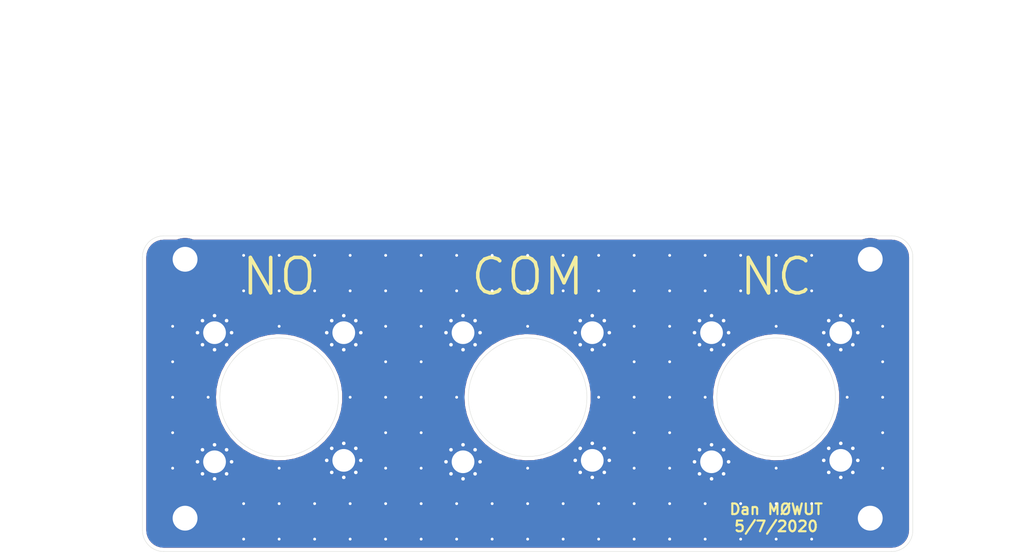
<source format=kicad_pcb>
(kicad_pcb (version 20171130) (host pcbnew "(5.1.6)-1")

  (general
    (thickness 1.6)
    (drawings 30)
    (tracks 112)
    (zones 0)
    (modules 16)
    (nets 2)
  )

  (page A4)
  (layers
    (0 F.Cu signal)
    (31 B.Cu signal)
    (32 B.Adhes user)
    (33 F.Adhes user)
    (34 B.Paste user)
    (35 F.Paste user)
    (36 B.SilkS user)
    (37 F.SilkS user)
    (38 B.Mask user)
    (39 F.Mask user)
    (40 Dwgs.User user)
    (41 Cmts.User user)
    (42 Eco1.User user)
    (43 Eco2.User user hide)
    (44 Edge.Cuts user)
    (45 Margin user)
    (46 B.CrtYd user)
    (47 F.CrtYd user)
    (48 B.Fab user)
    (49 F.Fab user hide)
  )

  (setup
    (last_trace_width 0.25)
    (trace_clearance 0.2)
    (zone_clearance 0.508)
    (zone_45_only no)
    (trace_min 0.2)
    (via_size 0.8)
    (via_drill 0.4)
    (via_min_size 0.4)
    (via_min_drill 0.3)
    (uvia_size 0.3)
    (uvia_drill 0.1)
    (uvias_allowed no)
    (uvia_min_size 0.2)
    (uvia_min_drill 0.1)
    (edge_width 0.05)
    (segment_width 0.2)
    (pcb_text_width 0.3)
    (pcb_text_size 1.5 1.5)
    (mod_edge_width 0.12)
    (mod_text_size 1 1)
    (mod_text_width 0.15)
    (pad_size 1.524 1.524)
    (pad_drill 0.762)
    (pad_to_mask_clearance 0.05)
    (aux_axis_origin 0 0)
    (grid_origin 151.25 81.25)
    (visible_elements 7FFFFFFF)
    (pcbplotparams
      (layerselection 0x010fc_ffffffff)
      (usegerberextensions false)
      (usegerberattributes true)
      (usegerberadvancedattributes true)
      (creategerberjobfile true)
      (excludeedgelayer true)
      (linewidth 0.100000)
      (plotframeref false)
      (viasonmask false)
      (mode 1)
      (useauxorigin false)
      (hpglpennumber 1)
      (hpglpenspeed 20)
      (hpglpendiameter 15.000000)
      (psnegative false)
      (psa4output false)
      (plotreference true)
      (plotvalue true)
      (plotinvisibletext false)
      (padsonsilk false)
      (subtractmaskfromsilk false)
      (outputformat 1)
      (mirror false)
      (drillshape 1)
      (scaleselection 1)
      (outputdirectory ""))
  )

  (net 0 "")
  (net 1 GND)

  (net_class Default "This is the default net class."
    (clearance 0.2)
    (trace_width 0.25)
    (via_dia 0.8)
    (via_drill 0.4)
    (uvia_dia 0.3)
    (uvia_drill 0.1)
    (add_net GND)
  )

  (module Misc_WUT:Pad_3.5mm_6mm-Mask (layer F.Cu) (tedit 5F01E276) (tstamp 5F025EDA)
    (at 103 98.3)
    (path /5F02EA27)
    (fp_text reference H16 (at 0 0.5) (layer F.SilkS) hide
      (effects (font (size 1 1) (thickness 0.15)))
    )
    (fp_text value MountingHole_Pad (at 0 -0.5) (layer F.Fab)
      (effects (font (size 1 1) (thickness 0.15)))
    )
    (pad 1 thru_hole circle (at 0 0) (size 6 6) (drill 3.5) (layers *.Cu *.Mask)
      (net 1 GND))
  )

  (module Misc_WUT:Pad_3.5mm_6mm-Mask (layer F.Cu) (tedit 5F01E276) (tstamp 5F026774)
    (at 199.5 98.3)
    (path /5F02EA21)
    (fp_text reference H15 (at 0 0.5) (layer F.SilkS) hide
      (effects (font (size 1 1) (thickness 0.15)))
    )
    (fp_text value MountingHole_Pad (at 0 -0.5) (layer F.Fab)
      (effects (font (size 1 1) (thickness 0.15)))
    )
    (pad 1 thru_hole circle (at 0 0) (size 6 6) (drill 3.5) (layers *.Cu *.Mask)
      (net 1 GND))
  )

  (module Misc_WUT:Pad_3.5mm_6mm-Mask (layer F.Cu) (tedit 5F01E276) (tstamp 5F025ED0)
    (at 199.5 61.8)
    (path /5F02EA1B)
    (fp_text reference H14 (at 0 0.5) (layer F.SilkS) hide
      (effects (font (size 1 1) (thickness 0.15)))
    )
    (fp_text value MountingHole_Pad (at 0 -0.5) (layer F.Fab)
      (effects (font (size 1 1) (thickness 0.15)))
    )
    (pad 1 thru_hole circle (at 0 0) (size 6 6) (drill 3.5) (layers *.Cu *.Mask)
      (net 1 GND))
  )

  (module Misc_WUT:Pad_3.5mm_6mm-Mask (layer F.Cu) (tedit 5F01E276) (tstamp 5F025ECB)
    (at 103 61.8)
    (path /5F02EA15)
    (fp_text reference H13 (at 0 0.5) (layer F.SilkS) hide
      (effects (font (size 1 1) (thickness 0.15)))
    )
    (fp_text value MountingHole_Pad (at 0 -0.5) (layer F.Fab)
      (effects (font (size 1 1) (thickness 0.15)))
    )
    (pad 1 thru_hole circle (at 0 0) (size 6 6) (drill 3.5) (layers *.Cu *.Mask)
      (net 1 GND))
  )

  (module MountingHole:MountingHole_3.2mm_M3_Pad_Via (layer F.Cu) (tedit 56DDBCCA) (tstamp 5F024340)
    (at 195.35 90.15)
    (descr "Mounting Hole 3.2mm, M3")
    (tags "mounting hole 3.2mm m3")
    (path /5F020A2A)
    (attr virtual)
    (fp_text reference H7 (at 0 -4.2) (layer F.SilkS) hide
      (effects (font (size 1 1) (thickness 0.15)))
    )
    (fp_text value MountingHole_Pad (at 0 4.2) (layer F.Fab)
      (effects (font (size 1 1) (thickness 0.15)))
    )
    (fp_circle (center 0 0) (end 3.2 0) (layer Cmts.User) (width 0.15))
    (fp_circle (center 0 0) (end 3.45 0) (layer F.CrtYd) (width 0.05))
    (fp_text user %R (at 0.3 0) (layer F.Fab)
      (effects (font (size 1 1) (thickness 0.15)))
    )
    (pad 1 thru_hole circle (at 0 0) (size 6.4 6.4) (drill 3.2) (layers *.Cu *.Mask)
      (net 1 GND))
    (pad 1 thru_hole circle (at 2.4 0) (size 0.8 0.8) (drill 0.5) (layers *.Cu *.Mask)
      (net 1 GND))
    (pad 1 thru_hole circle (at 1.697056 1.697056) (size 0.8 0.8) (drill 0.5) (layers *.Cu *.Mask)
      (net 1 GND))
    (pad 1 thru_hole circle (at 0 2.4) (size 0.8 0.8) (drill 0.5) (layers *.Cu *.Mask)
      (net 1 GND))
    (pad 1 thru_hole circle (at -1.697056 1.697056) (size 0.8 0.8) (drill 0.5) (layers *.Cu *.Mask)
      (net 1 GND))
    (pad 1 thru_hole circle (at -2.4 0) (size 0.8 0.8) (drill 0.5) (layers *.Cu *.Mask)
      (net 1 GND))
    (pad 1 thru_hole circle (at -1.697056 -1.697056) (size 0.8 0.8) (drill 0.5) (layers *.Cu *.Mask)
      (net 1 GND))
    (pad 1 thru_hole circle (at 0 -2.4) (size 0.8 0.8) (drill 0.5) (layers *.Cu *.Mask)
      (net 1 GND))
    (pad 1 thru_hole circle (at 1.697056 -1.697056) (size 0.8 0.8) (drill 0.5) (layers *.Cu *.Mask)
      (net 1 GND))
  )

  (module MountingHole:MountingHole_3.2mm_M3_Pad_Via (layer F.Cu) (tedit 56DDBCCA) (tstamp 5F024331)
    (at 177.15 90.35)
    (descr "Mounting Hole 3.2mm, M3")
    (tags "mounting hole 3.2mm m3")
    (path /5F0200B4)
    (attr virtual)
    (fp_text reference H4 (at 0 -4.2) (layer F.SilkS) hide
      (effects (font (size 1 1) (thickness 0.15)))
    )
    (fp_text value MountingHole_Pad (at 0 4.2) (layer F.Fab)
      (effects (font (size 1 1) (thickness 0.15)))
    )
    (fp_circle (center 0 0) (end 3.2 0) (layer Cmts.User) (width 0.15))
    (fp_circle (center 0 0) (end 3.45 0) (layer F.CrtYd) (width 0.05))
    (fp_text user %R (at 0.3 0) (layer F.Fab)
      (effects (font (size 1 1) (thickness 0.15)))
    )
    (pad 1 thru_hole circle (at 0 0) (size 6.4 6.4) (drill 3.2) (layers *.Cu *.Mask)
      (net 1 GND))
    (pad 1 thru_hole circle (at 2.4 0) (size 0.8 0.8) (drill 0.5) (layers *.Cu *.Mask)
      (net 1 GND))
    (pad 1 thru_hole circle (at 1.697056 1.697056) (size 0.8 0.8) (drill 0.5) (layers *.Cu *.Mask)
      (net 1 GND))
    (pad 1 thru_hole circle (at 0 2.4) (size 0.8 0.8) (drill 0.5) (layers *.Cu *.Mask)
      (net 1 GND))
    (pad 1 thru_hole circle (at -1.697056 1.697056) (size 0.8 0.8) (drill 0.5) (layers *.Cu *.Mask)
      (net 1 GND))
    (pad 1 thru_hole circle (at -2.4 0) (size 0.8 0.8) (drill 0.5) (layers *.Cu *.Mask)
      (net 1 GND))
    (pad 1 thru_hole circle (at -1.697056 -1.697056) (size 0.8 0.8) (drill 0.5) (layers *.Cu *.Mask)
      (net 1 GND))
    (pad 1 thru_hole circle (at 0 -2.4) (size 0.8 0.8) (drill 0.5) (layers *.Cu *.Mask)
      (net 1 GND))
    (pad 1 thru_hole circle (at 1.697056 -1.697056) (size 0.8 0.8) (drill 0.5) (layers *.Cu *.Mask)
      (net 1 GND))
  )

  (module MountingHole:MountingHole_3.2mm_M3_Pad_Via (layer F.Cu) (tedit 56DDBCCA) (tstamp 5F024322)
    (at 195.35 72.15)
    (descr "Mounting Hole 3.2mm, M3")
    (tags "mounting hole 3.2mm m3")
    (path /5F01F60D)
    (attr virtual)
    (fp_text reference H2 (at 0 -4.2) (layer F.SilkS) hide
      (effects (font (size 1 1) (thickness 0.15)))
    )
    (fp_text value MountingHole_Pad (at 0 4.2) (layer F.Fab)
      (effects (font (size 1 1) (thickness 0.15)))
    )
    (fp_circle (center 0 0) (end 3.2 0) (layer Cmts.User) (width 0.15))
    (fp_circle (center 0 0) (end 3.45 0) (layer F.CrtYd) (width 0.05))
    (fp_text user %R (at 0.3 0) (layer F.Fab)
      (effects (font (size 1 1) (thickness 0.15)))
    )
    (pad 1 thru_hole circle (at 0 0) (size 6.4 6.4) (drill 3.2) (layers *.Cu *.Mask)
      (net 1 GND))
    (pad 1 thru_hole circle (at 2.4 0) (size 0.8 0.8) (drill 0.5) (layers *.Cu *.Mask)
      (net 1 GND))
    (pad 1 thru_hole circle (at 1.697056 1.697056) (size 0.8 0.8) (drill 0.5) (layers *.Cu *.Mask)
      (net 1 GND))
    (pad 1 thru_hole circle (at 0 2.4) (size 0.8 0.8) (drill 0.5) (layers *.Cu *.Mask)
      (net 1 GND))
    (pad 1 thru_hole circle (at -1.697056 1.697056) (size 0.8 0.8) (drill 0.5) (layers *.Cu *.Mask)
      (net 1 GND))
    (pad 1 thru_hole circle (at -2.4 0) (size 0.8 0.8) (drill 0.5) (layers *.Cu *.Mask)
      (net 1 GND))
    (pad 1 thru_hole circle (at -1.697056 -1.697056) (size 0.8 0.8) (drill 0.5) (layers *.Cu *.Mask)
      (net 1 GND))
    (pad 1 thru_hole circle (at 0 -2.4) (size 0.8 0.8) (drill 0.5) (layers *.Cu *.Mask)
      (net 1 GND))
    (pad 1 thru_hole circle (at 1.697056 -1.697056) (size 0.8 0.8) (drill 0.5) (layers *.Cu *.Mask)
      (net 1 GND))
  )

  (module MountingHole:MountingHole_3.2mm_M3_Pad_Via (layer F.Cu) (tedit 56DDBCCA) (tstamp 5F024313)
    (at 177.15 72.15)
    (descr "Mounting Hole 3.2mm, M3")
    (tags "mounting hole 3.2mm m3")
    (path /5F01DE9E)
    (attr virtual)
    (fp_text reference H1 (at 0 -4.2) (layer F.SilkS) hide
      (effects (font (size 1 1) (thickness 0.15)))
    )
    (fp_text value MountingHole_Pad (at 0 4.2) (layer F.Fab)
      (effects (font (size 1 1) (thickness 0.15)))
    )
    (fp_circle (center 0 0) (end 3.2 0) (layer Cmts.User) (width 0.15))
    (fp_circle (center 0 0) (end 3.45 0) (layer F.CrtYd) (width 0.05))
    (fp_text user %R (at 0.3 0) (layer F.Fab)
      (effects (font (size 1 1) (thickness 0.15)))
    )
    (pad 1 thru_hole circle (at 0 0) (size 6.4 6.4) (drill 3.2) (layers *.Cu *.Mask)
      (net 1 GND))
    (pad 1 thru_hole circle (at 2.4 0) (size 0.8 0.8) (drill 0.5) (layers *.Cu *.Mask)
      (net 1 GND))
    (pad 1 thru_hole circle (at 1.697056 1.697056) (size 0.8 0.8) (drill 0.5) (layers *.Cu *.Mask)
      (net 1 GND))
    (pad 1 thru_hole circle (at 0 2.4) (size 0.8 0.8) (drill 0.5) (layers *.Cu *.Mask)
      (net 1 GND))
    (pad 1 thru_hole circle (at -1.697056 1.697056) (size 0.8 0.8) (drill 0.5) (layers *.Cu *.Mask)
      (net 1 GND))
    (pad 1 thru_hole circle (at -2.4 0) (size 0.8 0.8) (drill 0.5) (layers *.Cu *.Mask)
      (net 1 GND))
    (pad 1 thru_hole circle (at -1.697056 -1.697056) (size 0.8 0.8) (drill 0.5) (layers *.Cu *.Mask)
      (net 1 GND))
    (pad 1 thru_hole circle (at 0 -2.4) (size 0.8 0.8) (drill 0.5) (layers *.Cu *.Mask)
      (net 1 GND))
    (pad 1 thru_hole circle (at 1.697056 -1.697056) (size 0.8 0.8) (drill 0.5) (layers *.Cu *.Mask)
      (net 1 GND))
  )

  (module MountingHole:MountingHole_3.2mm_M3_Pad_Via (layer F.Cu) (tedit 56DDBCCA) (tstamp 5F024340)
    (at 160.35 90.15)
    (descr "Mounting Hole 3.2mm, M3")
    (tags "mounting hole 3.2mm m3")
    (path /5F020A2A)
    (attr virtual)
    (fp_text reference H7 (at 0 -4.2) (layer F.SilkS) hide
      (effects (font (size 1 1) (thickness 0.15)))
    )
    (fp_text value MountingHole_Pad (at 0 4.2) (layer F.Fab)
      (effects (font (size 1 1) (thickness 0.15)))
    )
    (fp_circle (center 0 0) (end 3.2 0) (layer Cmts.User) (width 0.15))
    (fp_circle (center 0 0) (end 3.45 0) (layer F.CrtYd) (width 0.05))
    (fp_text user %R (at 0.3 0) (layer F.Fab)
      (effects (font (size 1 1) (thickness 0.15)))
    )
    (pad 1 thru_hole circle (at 0 0) (size 6.4 6.4) (drill 3.2) (layers *.Cu *.Mask)
      (net 1 GND))
    (pad 1 thru_hole circle (at 2.4 0) (size 0.8 0.8) (drill 0.5) (layers *.Cu *.Mask)
      (net 1 GND))
    (pad 1 thru_hole circle (at 1.697056 1.697056) (size 0.8 0.8) (drill 0.5) (layers *.Cu *.Mask)
      (net 1 GND))
    (pad 1 thru_hole circle (at 0 2.4) (size 0.8 0.8) (drill 0.5) (layers *.Cu *.Mask)
      (net 1 GND))
    (pad 1 thru_hole circle (at -1.697056 1.697056) (size 0.8 0.8) (drill 0.5) (layers *.Cu *.Mask)
      (net 1 GND))
    (pad 1 thru_hole circle (at -2.4 0) (size 0.8 0.8) (drill 0.5) (layers *.Cu *.Mask)
      (net 1 GND))
    (pad 1 thru_hole circle (at -1.697056 -1.697056) (size 0.8 0.8) (drill 0.5) (layers *.Cu *.Mask)
      (net 1 GND))
    (pad 1 thru_hole circle (at 0 -2.4) (size 0.8 0.8) (drill 0.5) (layers *.Cu *.Mask)
      (net 1 GND))
    (pad 1 thru_hole circle (at 1.697056 -1.697056) (size 0.8 0.8) (drill 0.5) (layers *.Cu *.Mask)
      (net 1 GND))
  )

  (module MountingHole:MountingHole_3.2mm_M3_Pad_Via (layer F.Cu) (tedit 56DDBCCA) (tstamp 5F024331)
    (at 142.15 90.35)
    (descr "Mounting Hole 3.2mm, M3")
    (tags "mounting hole 3.2mm m3")
    (path /5F0200B4)
    (attr virtual)
    (fp_text reference H4 (at 0 -4.2) (layer F.SilkS) hide
      (effects (font (size 1 1) (thickness 0.15)))
    )
    (fp_text value MountingHole_Pad (at 0 4.2) (layer F.Fab)
      (effects (font (size 1 1) (thickness 0.15)))
    )
    (fp_circle (center 0 0) (end 3.2 0) (layer Cmts.User) (width 0.15))
    (fp_circle (center 0 0) (end 3.45 0) (layer F.CrtYd) (width 0.05))
    (fp_text user %R (at 0.3 0) (layer F.Fab)
      (effects (font (size 1 1) (thickness 0.15)))
    )
    (pad 1 thru_hole circle (at 0 0) (size 6.4 6.4) (drill 3.2) (layers *.Cu *.Mask)
      (net 1 GND))
    (pad 1 thru_hole circle (at 2.4 0) (size 0.8 0.8) (drill 0.5) (layers *.Cu *.Mask)
      (net 1 GND))
    (pad 1 thru_hole circle (at 1.697056 1.697056) (size 0.8 0.8) (drill 0.5) (layers *.Cu *.Mask)
      (net 1 GND))
    (pad 1 thru_hole circle (at 0 2.4) (size 0.8 0.8) (drill 0.5) (layers *.Cu *.Mask)
      (net 1 GND))
    (pad 1 thru_hole circle (at -1.697056 1.697056) (size 0.8 0.8) (drill 0.5) (layers *.Cu *.Mask)
      (net 1 GND))
    (pad 1 thru_hole circle (at -2.4 0) (size 0.8 0.8) (drill 0.5) (layers *.Cu *.Mask)
      (net 1 GND))
    (pad 1 thru_hole circle (at -1.697056 -1.697056) (size 0.8 0.8) (drill 0.5) (layers *.Cu *.Mask)
      (net 1 GND))
    (pad 1 thru_hole circle (at 0 -2.4) (size 0.8 0.8) (drill 0.5) (layers *.Cu *.Mask)
      (net 1 GND))
    (pad 1 thru_hole circle (at 1.697056 -1.697056) (size 0.8 0.8) (drill 0.5) (layers *.Cu *.Mask)
      (net 1 GND))
  )

  (module MountingHole:MountingHole_3.2mm_M3_Pad_Via (layer F.Cu) (tedit 56DDBCCA) (tstamp 5F024322)
    (at 160.35 72.15)
    (descr "Mounting Hole 3.2mm, M3")
    (tags "mounting hole 3.2mm m3")
    (path /5F01F60D)
    (attr virtual)
    (fp_text reference H2 (at 0 -4.2) (layer F.SilkS) hide
      (effects (font (size 1 1) (thickness 0.15)))
    )
    (fp_text value MountingHole_Pad (at 0 4.2) (layer F.Fab)
      (effects (font (size 1 1) (thickness 0.15)))
    )
    (fp_circle (center 0 0) (end 3.2 0) (layer Cmts.User) (width 0.15))
    (fp_circle (center 0 0) (end 3.45 0) (layer F.CrtYd) (width 0.05))
    (fp_text user %R (at 0.3 0) (layer F.Fab)
      (effects (font (size 1 1) (thickness 0.15)))
    )
    (pad 1 thru_hole circle (at 0 0) (size 6.4 6.4) (drill 3.2) (layers *.Cu *.Mask)
      (net 1 GND))
    (pad 1 thru_hole circle (at 2.4 0) (size 0.8 0.8) (drill 0.5) (layers *.Cu *.Mask)
      (net 1 GND))
    (pad 1 thru_hole circle (at 1.697056 1.697056) (size 0.8 0.8) (drill 0.5) (layers *.Cu *.Mask)
      (net 1 GND))
    (pad 1 thru_hole circle (at 0 2.4) (size 0.8 0.8) (drill 0.5) (layers *.Cu *.Mask)
      (net 1 GND))
    (pad 1 thru_hole circle (at -1.697056 1.697056) (size 0.8 0.8) (drill 0.5) (layers *.Cu *.Mask)
      (net 1 GND))
    (pad 1 thru_hole circle (at -2.4 0) (size 0.8 0.8) (drill 0.5) (layers *.Cu *.Mask)
      (net 1 GND))
    (pad 1 thru_hole circle (at -1.697056 -1.697056) (size 0.8 0.8) (drill 0.5) (layers *.Cu *.Mask)
      (net 1 GND))
    (pad 1 thru_hole circle (at 0 -2.4) (size 0.8 0.8) (drill 0.5) (layers *.Cu *.Mask)
      (net 1 GND))
    (pad 1 thru_hole circle (at 1.697056 -1.697056) (size 0.8 0.8) (drill 0.5) (layers *.Cu *.Mask)
      (net 1 GND))
  )

  (module MountingHole:MountingHole_3.2mm_M3_Pad_Via (layer F.Cu) (tedit 56DDBCCA) (tstamp 5F024313)
    (at 142.15 72.15)
    (descr "Mounting Hole 3.2mm, M3")
    (tags "mounting hole 3.2mm m3")
    (path /5F01DE9E)
    (attr virtual)
    (fp_text reference H1 (at 0 -4.2) (layer F.SilkS) hide
      (effects (font (size 1 1) (thickness 0.15)))
    )
    (fp_text value MountingHole_Pad (at 0 4.2) (layer F.Fab)
      (effects (font (size 1 1) (thickness 0.15)))
    )
    (fp_circle (center 0 0) (end 3.2 0) (layer Cmts.User) (width 0.15))
    (fp_circle (center 0 0) (end 3.45 0) (layer F.CrtYd) (width 0.05))
    (fp_text user %R (at 0.3 0) (layer F.Fab)
      (effects (font (size 1 1) (thickness 0.15)))
    )
    (pad 1 thru_hole circle (at 0 0) (size 6.4 6.4) (drill 3.2) (layers *.Cu *.Mask)
      (net 1 GND))
    (pad 1 thru_hole circle (at 2.4 0) (size 0.8 0.8) (drill 0.5) (layers *.Cu *.Mask)
      (net 1 GND))
    (pad 1 thru_hole circle (at 1.697056 1.697056) (size 0.8 0.8) (drill 0.5) (layers *.Cu *.Mask)
      (net 1 GND))
    (pad 1 thru_hole circle (at 0 2.4) (size 0.8 0.8) (drill 0.5) (layers *.Cu *.Mask)
      (net 1 GND))
    (pad 1 thru_hole circle (at -1.697056 1.697056) (size 0.8 0.8) (drill 0.5) (layers *.Cu *.Mask)
      (net 1 GND))
    (pad 1 thru_hole circle (at -2.4 0) (size 0.8 0.8) (drill 0.5) (layers *.Cu *.Mask)
      (net 1 GND))
    (pad 1 thru_hole circle (at -1.697056 -1.697056) (size 0.8 0.8) (drill 0.5) (layers *.Cu *.Mask)
      (net 1 GND))
    (pad 1 thru_hole circle (at 0 -2.4) (size 0.8 0.8) (drill 0.5) (layers *.Cu *.Mask)
      (net 1 GND))
    (pad 1 thru_hole circle (at 1.697056 -1.697056) (size 0.8 0.8) (drill 0.5) (layers *.Cu *.Mask)
      (net 1 GND))
  )

  (module MountingHole:MountingHole_3.2mm_M3_Pad_Via (layer F.Cu) (tedit 56DDBCCA) (tstamp 5F023D04)
    (at 125.35 90.15)
    (descr "Mounting Hole 3.2mm, M3")
    (tags "mounting hole 3.2mm m3")
    (path /5F020A2A)
    (attr virtual)
    (fp_text reference H7 (at 0 -4.2) (layer F.SilkS) hide
      (effects (font (size 1 1) (thickness 0.15)))
    )
    (fp_text value MountingHole_Pad (at 0 4.2) (layer F.Fab)
      (effects (font (size 1 1) (thickness 0.15)))
    )
    (fp_circle (center 0 0) (end 3.2 0) (layer Cmts.User) (width 0.15))
    (fp_circle (center 0 0) (end 3.45 0) (layer F.CrtYd) (width 0.05))
    (fp_text user %R (at 0.3 0) (layer F.Fab)
      (effects (font (size 1 1) (thickness 0.15)))
    )
    (pad 1 thru_hole circle (at 1.697056 -1.697056) (size 0.8 0.8) (drill 0.5) (layers *.Cu *.Mask)
      (net 1 GND))
    (pad 1 thru_hole circle (at 0 -2.4) (size 0.8 0.8) (drill 0.5) (layers *.Cu *.Mask)
      (net 1 GND))
    (pad 1 thru_hole circle (at -1.697056 -1.697056) (size 0.8 0.8) (drill 0.5) (layers *.Cu *.Mask)
      (net 1 GND))
    (pad 1 thru_hole circle (at -2.4 0) (size 0.8 0.8) (drill 0.5) (layers *.Cu *.Mask)
      (net 1 GND))
    (pad 1 thru_hole circle (at -1.697056 1.697056) (size 0.8 0.8) (drill 0.5) (layers *.Cu *.Mask)
      (net 1 GND))
    (pad 1 thru_hole circle (at 0 2.4) (size 0.8 0.8) (drill 0.5) (layers *.Cu *.Mask)
      (net 1 GND))
    (pad 1 thru_hole circle (at 1.697056 1.697056) (size 0.8 0.8) (drill 0.5) (layers *.Cu *.Mask)
      (net 1 GND))
    (pad 1 thru_hole circle (at 2.4 0) (size 0.8 0.8) (drill 0.5) (layers *.Cu *.Mask)
      (net 1 GND))
    (pad 1 thru_hole circle (at 0 0) (size 6.4 6.4) (drill 3.2) (layers *.Cu *.Mask)
      (net 1 GND))
  )

  (module MountingHole:MountingHole_3.2mm_M3_Pad_Via (layer F.Cu) (tedit 56DDBCCA) (tstamp 5F023CD4)
    (at 107.15 90.35)
    (descr "Mounting Hole 3.2mm, M3")
    (tags "mounting hole 3.2mm m3")
    (path /5F0200B4)
    (attr virtual)
    (fp_text reference H4 (at 0 -4.2) (layer F.SilkS) hide
      (effects (font (size 1 1) (thickness 0.15)))
    )
    (fp_text value MountingHole_Pad (at 0 4.2) (layer F.Fab)
      (effects (font (size 1 1) (thickness 0.15)))
    )
    (fp_circle (center 0 0) (end 3.2 0) (layer Cmts.User) (width 0.15))
    (fp_circle (center 0 0) (end 3.45 0) (layer F.CrtYd) (width 0.05))
    (fp_text user %R (at 0.3 0) (layer F.Fab)
      (effects (font (size 1 1) (thickness 0.15)))
    )
    (pad 1 thru_hole circle (at 1.697056 -1.697056) (size 0.8 0.8) (drill 0.5) (layers *.Cu *.Mask)
      (net 1 GND))
    (pad 1 thru_hole circle (at 0 -2.4) (size 0.8 0.8) (drill 0.5) (layers *.Cu *.Mask)
      (net 1 GND))
    (pad 1 thru_hole circle (at -1.697056 -1.697056) (size 0.8 0.8) (drill 0.5) (layers *.Cu *.Mask)
      (net 1 GND))
    (pad 1 thru_hole circle (at -2.4 0) (size 0.8 0.8) (drill 0.5) (layers *.Cu *.Mask)
      (net 1 GND))
    (pad 1 thru_hole circle (at -1.697056 1.697056) (size 0.8 0.8) (drill 0.5) (layers *.Cu *.Mask)
      (net 1 GND))
    (pad 1 thru_hole circle (at 0 2.4) (size 0.8 0.8) (drill 0.5) (layers *.Cu *.Mask)
      (net 1 GND))
    (pad 1 thru_hole circle (at 1.697056 1.697056) (size 0.8 0.8) (drill 0.5) (layers *.Cu *.Mask)
      (net 1 GND))
    (pad 1 thru_hole circle (at 2.4 0) (size 0.8 0.8) (drill 0.5) (layers *.Cu *.Mask)
      (net 1 GND))
    (pad 1 thru_hole circle (at 0 0) (size 6.4 6.4) (drill 3.2) (layers *.Cu *.Mask)
      (net 1 GND))
  )

  (module MountingHole:MountingHole_3.2mm_M3_Pad_Via (layer F.Cu) (tedit 56DDBCCA) (tstamp 5F023CB4)
    (at 125.35 72.15)
    (descr "Mounting Hole 3.2mm, M3")
    (tags "mounting hole 3.2mm m3")
    (path /5F01F60D)
    (attr virtual)
    (fp_text reference H2 (at 0 -4.2) (layer F.SilkS) hide
      (effects (font (size 1 1) (thickness 0.15)))
    )
    (fp_text value MountingHole_Pad (at 0 4.2) (layer F.Fab)
      (effects (font (size 1 1) (thickness 0.15)))
    )
    (fp_circle (center 0 0) (end 3.2 0) (layer Cmts.User) (width 0.15))
    (fp_circle (center 0 0) (end 3.45 0) (layer F.CrtYd) (width 0.05))
    (fp_text user %R (at 0.3 0) (layer F.Fab)
      (effects (font (size 1 1) (thickness 0.15)))
    )
    (pad 1 thru_hole circle (at 1.697056 -1.697056) (size 0.8 0.8) (drill 0.5) (layers *.Cu *.Mask)
      (net 1 GND))
    (pad 1 thru_hole circle (at 0 -2.4) (size 0.8 0.8) (drill 0.5) (layers *.Cu *.Mask)
      (net 1 GND))
    (pad 1 thru_hole circle (at -1.697056 -1.697056) (size 0.8 0.8) (drill 0.5) (layers *.Cu *.Mask)
      (net 1 GND))
    (pad 1 thru_hole circle (at -2.4 0) (size 0.8 0.8) (drill 0.5) (layers *.Cu *.Mask)
      (net 1 GND))
    (pad 1 thru_hole circle (at -1.697056 1.697056) (size 0.8 0.8) (drill 0.5) (layers *.Cu *.Mask)
      (net 1 GND))
    (pad 1 thru_hole circle (at 0 2.4) (size 0.8 0.8) (drill 0.5) (layers *.Cu *.Mask)
      (net 1 GND))
    (pad 1 thru_hole circle (at 1.697056 1.697056) (size 0.8 0.8) (drill 0.5) (layers *.Cu *.Mask)
      (net 1 GND))
    (pad 1 thru_hole circle (at 2.4 0) (size 0.8 0.8) (drill 0.5) (layers *.Cu *.Mask)
      (net 1 GND))
    (pad 1 thru_hole circle (at 0 0) (size 6.4 6.4) (drill 3.2) (layers *.Cu *.Mask)
      (net 1 GND))
  )

  (module MountingHole:MountingHole_3.2mm_M3_Pad_Via (layer F.Cu) (tedit 56DDBCCA) (tstamp 5F023CA4)
    (at 107.15 72.15)
    (descr "Mounting Hole 3.2mm, M3")
    (tags "mounting hole 3.2mm m3")
    (path /5F01DE9E)
    (attr virtual)
    (fp_text reference H1 (at 0 -4.2) (layer F.SilkS) hide
      (effects (font (size 1 1) (thickness 0.15)))
    )
    (fp_text value MountingHole_Pad (at 0 4.2) (layer F.Fab)
      (effects (font (size 1 1) (thickness 0.15)))
    )
    (fp_circle (center 0 0) (end 3.2 0) (layer Cmts.User) (width 0.15))
    (fp_circle (center 0 0) (end 3.45 0) (layer F.CrtYd) (width 0.05))
    (fp_text user %R (at 0.3 0) (layer F.Fab)
      (effects (font (size 1 1) (thickness 0.15)))
    )
    (pad 1 thru_hole circle (at 1.697056 -1.697056) (size 0.8 0.8) (drill 0.5) (layers *.Cu *.Mask)
      (net 1 GND))
    (pad 1 thru_hole circle (at 0 -2.4) (size 0.8 0.8) (drill 0.5) (layers *.Cu *.Mask)
      (net 1 GND))
    (pad 1 thru_hole circle (at -1.697056 -1.697056) (size 0.8 0.8) (drill 0.5) (layers *.Cu *.Mask)
      (net 1 GND))
    (pad 1 thru_hole circle (at -2.4 0) (size 0.8 0.8) (drill 0.5) (layers *.Cu *.Mask)
      (net 1 GND))
    (pad 1 thru_hole circle (at -1.697056 1.697056) (size 0.8 0.8) (drill 0.5) (layers *.Cu *.Mask)
      (net 1 GND))
    (pad 1 thru_hole circle (at 0 2.4) (size 0.8 0.8) (drill 0.5) (layers *.Cu *.Mask)
      (net 1 GND))
    (pad 1 thru_hole circle (at 1.697056 1.697056) (size 0.8 0.8) (drill 0.5) (layers *.Cu *.Mask)
      (net 1 GND))
    (pad 1 thru_hole circle (at 2.4 0) (size 0.8 0.8) (drill 0.5) (layers *.Cu *.Mask)
      (net 1 GND))
    (pad 1 thru_hole circle (at 0 0) (size 6.4 6.4) (drill 3.2) (layers *.Cu *.Mask)
      (net 1 GND))
  )

  (dimension 22.25 (width 0.15) (layer Dwgs.User)
    (gr_text "22.250 mm" (at 219.8 91.875 90) (layer Dwgs.User)
      (effects (font (size 1 1) (thickness 0.15)))
    )
    (feature1 (pts (xy 97 80.75) (xy 219.086421 80.75)))
    (feature2 (pts (xy 97 103) (xy 219.086421 103)))
    (crossbar (pts (xy 218.5 103) (xy 218.5 80.75)))
    (arrow1a (pts (xy 218.5 80.75) (xy 219.086421 81.876504)))
    (arrow1b (pts (xy 218.5 80.75) (xy 217.913579 81.876504)))
    (arrow2a (pts (xy 218.5 103) (xy 219.086421 101.873496)))
    (arrow2b (pts (xy 218.5 103) (xy 217.913579 101.873496)))
  )
  (gr_text "Dan MØWUT\n5/7/2020" (at 186.25 98.25) (layer F.SilkS)
    (effects (font (size 1.5 1.5) (thickness 0.3)))
  )
  (gr_text NC (at 186.25 64.25) (layer F.SilkS) (tstamp 5F02633B)
    (effects (font (size 5 5) (thickness 0.5)))
  )
  (gr_text COM (at 151.25 64.25) (layer F.SilkS) (tstamp 5F02675B)
    (effects (font (size 5 5) (thickness 0.5)))
  )
  (gr_text NO (at 116.25 64.25) (layer F.SilkS)
    (effects (font (size 5 5) (thickness 0.5)))
  )
  (dimension 13 (width 0.15) (layer Dwgs.User)
    (gr_text "13.000 mm" (at 102.95 74.75 90) (layer Dwgs.User)
      (effects (font (size 1 1) (thickness 0.15)))
    )
    (feature1 (pts (xy 116.25 68.25) (xy 103.663579 68.25)))
    (feature2 (pts (xy 116.25 81.25) (xy 103.663579 81.25)))
    (crossbar (pts (xy 104.25 81.25) (xy 104.25 68.25)))
    (arrow1a (pts (xy 104.25 68.25) (xy 104.836421 69.376504)))
    (arrow1b (pts (xy 104.25 68.25) (xy 103.663579 69.376504)))
    (arrow2a (pts (xy 104.25 81.25) (xy 104.836421 80.123496)))
    (arrow2b (pts (xy 104.25 81.25) (xy 103.663579 80.123496)))
  )
  (gr_circle (center 151.25 81.25) (end 159.6 81.25) (layer Edge.Cuts) (width 0.05) (tstamp 5F01DDA0))
  (gr_circle (center 186.25 81.25) (end 194.6 81.25) (layer Edge.Cuts) (width 0.05) (tstamp 5F01DDA0))
  (dimension 89.25 (width 0.15) (layer Dwgs.User)
    (gr_text "89.250 mm" (at 141.625 32.95) (layer Dwgs.User)
      (effects (font (size 1 1) (thickness 0.15)))
    )
    (feature1 (pts (xy 186.25 103) (xy 186.25 33.663579)))
    (feature2 (pts (xy 97 103) (xy 97 33.663579)))
    (crossbar (pts (xy 97 34.25) (xy 186.25 34.25)))
    (arrow1a (pts (xy 186.25 34.25) (xy 185.123496 34.836421)))
    (arrow1b (pts (xy 186.25 34.25) (xy 185.123496 33.663579)))
    (arrow2a (pts (xy 97 34.25) (xy 98.126504 34.836421)))
    (arrow2b (pts (xy 97 34.25) (xy 98.126504 33.663579)))
  )
  (dimension 18.2 (width 0.15) (layer Dwgs.User)
    (gr_text "18.200 mm" (at 116.25 94.15) (layer Dwgs.User)
      (effects (font (size 1 1) (thickness 0.15)))
    )
    (feature1 (pts (xy 107.15 72.15) (xy 107.15 93.436421)))
    (feature2 (pts (xy 125.35 72.15) (xy 125.35 93.436421)))
    (crossbar (pts (xy 125.35 92.85) (xy 107.15 92.85)))
    (arrow1a (pts (xy 107.15 92.85) (xy 108.276504 92.263579)))
    (arrow1b (pts (xy 107.15 92.85) (xy 108.276504 93.436421)))
    (arrow2a (pts (xy 125.35 92.85) (xy 124.223496 92.263579)))
    (arrow2b (pts (xy 125.35 92.85) (xy 124.223496 93.436421)))
  )
  (dimension 18.2 (width 0.15) (layer Dwgs.User)
    (gr_text "18.200 mm" (at 104.35 81.25 270) (layer Dwgs.User)
      (effects (font (size 1 1) (thickness 0.15)))
    )
    (feature1 (pts (xy 125.35 90.35) (xy 105.063579 90.35)))
    (feature2 (pts (xy 125.35 72.15) (xy 105.063579 72.15)))
    (crossbar (pts (xy 105.65 72.15) (xy 105.65 90.35)))
    (arrow1a (pts (xy 105.65 90.35) (xy 105.063579 89.223496)))
    (arrow1b (pts (xy 105.65 90.35) (xy 106.236421 89.223496)))
    (arrow2a (pts (xy 105.65 72.15) (xy 105.063579 73.276504)))
    (arrow2b (pts (xy 105.65 72.15) (xy 106.236421 73.276504)))
  )
  (dimension 9.1 (width 0.15) (layer Dwgs.User)
    (gr_text "9.100 mm" (at 130.15 76.7 90) (layer Dwgs.User)
      (effects (font (size 1 1) (thickness 0.15)))
    )
    (feature1 (pts (xy 116.25 72.15) (xy 129.436421 72.15)))
    (feature2 (pts (xy 116.25 81.25) (xy 129.436421 81.25)))
    (crossbar (pts (xy 128.85 81.25) (xy 128.85 72.15)))
    (arrow1a (pts (xy 128.85 72.15) (xy 129.436421 73.276504)))
    (arrow1b (pts (xy 128.85 72.15) (xy 128.263579 73.276504)))
    (arrow2a (pts (xy 128.85 81.25) (xy 129.436421 80.123496)))
    (arrow2b (pts (xy 128.85 81.25) (xy 128.263579 80.123496)))
  )
  (dimension 9.1 (width 0.15) (layer Dwgs.User)
    (gr_text "9.100 mm" (at 120.8 67.55) (layer Dwgs.User)
      (effects (font (size 1 1) (thickness 0.15)))
    )
    (feature1 (pts (xy 125.35 81.25) (xy 125.35 68.263579)))
    (feature2 (pts (xy 116.25 81.25) (xy 116.25 68.263579)))
    (crossbar (pts (xy 116.25 68.85) (xy 125.35 68.85)))
    (arrow1a (pts (xy 125.35 68.85) (xy 124.223496 69.436421)))
    (arrow1b (pts (xy 125.35 68.85) (xy 124.223496 68.263579)))
    (arrow2a (pts (xy 116.25 68.85) (xy 117.376504 69.436421)))
    (arrow2b (pts (xy 116.25 68.85) (xy 117.376504 68.263579)))
  )
  (gr_circle (center 116.25 81.25) (end 124.6 81.25) (layer Edge.Cuts) (width 0.05))
  (dimension 54.25 (width 0.15) (layer Dwgs.User)
    (gr_text "54.250 mm" (at 124.125 40.2) (layer Dwgs.User)
      (effects (font (size 1 1) (thickness 0.15)))
    )
    (feature1 (pts (xy 151.25 103) (xy 151.25 40.913579)))
    (feature2 (pts (xy 97 103) (xy 97 40.913579)))
    (crossbar (pts (xy 97 41.5) (xy 151.25 41.5)))
    (arrow1a (pts (xy 151.25 41.5) (xy 150.123496 42.086421)))
    (arrow1b (pts (xy 151.25 41.5) (xy 150.123496 40.913579)))
    (arrow2a (pts (xy 97 41.5) (xy 98.126504 42.086421)))
    (arrow2b (pts (xy 97 41.5) (xy 98.126504 40.913579)))
  )
  (dimension 108.5 (width 0.15) (layer Dwgs.User)
    (gr_text "108.500 mm" (at 151.25 25.95) (layer Dwgs.User)
      (effects (font (size 1 1) (thickness 0.15)))
    )
    (feature1 (pts (xy 205.5 103) (xy 205.5 26.663579)))
    (feature2 (pts (xy 97 103) (xy 97 26.663579)))
    (crossbar (pts (xy 97 27.25) (xy 205.5 27.25)))
    (arrow1a (pts (xy 205.5 27.25) (xy 204.373496 27.836421)))
    (arrow1b (pts (xy 205.5 27.25) (xy 204.373496 26.663579)))
    (arrow2a (pts (xy 97 27.25) (xy 98.126504 27.836421)))
    (arrow2b (pts (xy 97 27.25) (xy 98.126504 26.663579)))
  )
  (dimension 19.25 (width 0.15) (layer Dwgs.User)
    (gr_text "19.250 mm" (at 106.625 44.45) (layer Dwgs.User)
      (effects (font (size 1 1) (thickness 0.15)))
    )
    (feature1 (pts (xy 116.25 103) (xy 116.25 45.163579)))
    (feature2 (pts (xy 97 103) (xy 97 45.163579)))
    (crossbar (pts (xy 97 45.75) (xy 116.25 45.75)))
    (arrow1a (pts (xy 116.25 45.75) (xy 115.123496 46.336421)))
    (arrow1b (pts (xy 116.25 45.75) (xy 115.123496 45.163579)))
    (arrow2a (pts (xy 97 45.75) (xy 98.126504 46.336421)))
    (arrow2b (pts (xy 97 45.75) (xy 98.126504 45.163579)))
  )
  (dimension 21.75 (width 0.15) (layer Dwgs.User)
    (gr_text "21.750 mm" (at 211.55 92.125 90) (layer Dwgs.User)
      (effects (font (size 1 1) (thickness 0.15)))
    )
    (feature1 (pts (xy 97 81.25) (xy 210.836421 81.25)))
    (feature2 (pts (xy 97 103) (xy 210.836421 103)))
    (crossbar (pts (xy 210.25 103) (xy 210.25 81.25)))
    (arrow1a (pts (xy 210.25 81.25) (xy 210.836421 82.376504)))
    (arrow1b (pts (xy 210.25 81.25) (xy 209.663579 82.376504)))
    (arrow2a (pts (xy 210.25 103) (xy 210.836421 101.873496)))
    (arrow2b (pts (xy 210.25 103) (xy 209.663579 101.873496)))
  )
  (dimension 39.8 (width 0.15) (layer Dwgs.User)
    (gr_text "39.800 mm" (at 80.6 78.4 270) (layer Dwgs.User)
      (effects (font (size 1 1) (thickness 0.15)))
    )
    (feature1 (pts (xy 205.5 98.3) (xy 81.313579 98.3)))
    (feature2 (pts (xy 205.5 58.5) (xy 81.313579 58.5)))
    (crossbar (pts (xy 81.9 58.5) (xy 81.9 98.3)))
    (arrow1a (pts (xy 81.9 98.3) (xy 81.313579 97.173496)))
    (arrow1b (pts (xy 81.9 98.3) (xy 82.486421 97.173496)))
    (arrow2a (pts (xy 81.9 58.5) (xy 81.313579 59.626504)))
    (arrow2b (pts (xy 81.9 58.5) (xy 82.486421 59.626504)))
  )
  (dimension 3.3 (width 0.15) (layer Dwgs.User)
    (gr_text "3.300 mm" (at 89.1 60.15 270) (layer Dwgs.User)
      (effects (font (size 1 1) (thickness 0.15)))
    )
    (feature1 (pts (xy 205.5 61.8) (xy 89.813579 61.8)))
    (feature2 (pts (xy 205.5 58.5) (xy 89.813579 58.5)))
    (crossbar (pts (xy 90.4 58.5) (xy 90.4 61.8)))
    (arrow1a (pts (xy 90.4 61.8) (xy 89.813579 60.673496)))
    (arrow1b (pts (xy 90.4 61.8) (xy 90.986421 60.673496)))
    (arrow2a (pts (xy 90.4 58.5) (xy 89.813579 59.626504)))
    (arrow2b (pts (xy 90.4 58.5) (xy 90.986421 59.626504)))
  )
  (dimension 6 (width 0.15) (layer Dwgs.User)
    (gr_text "6.000 mm" (at 202.5 49.2) (layer Dwgs.User)
      (effects (font (size 1 1) (thickness 0.15)))
    )
    (feature1 (pts (xy 199.5 103) (xy 199.5 49.913579)))
    (feature2 (pts (xy 205.5 103) (xy 205.5 49.913579)))
    (crossbar (pts (xy 205.5 50.5) (xy 199.5 50.5)))
    (arrow1a (pts (xy 199.5 50.5) (xy 200.626504 49.913579)))
    (arrow1b (pts (xy 199.5 50.5) (xy 200.626504 51.086421)))
    (arrow2a (pts (xy 205.5 50.5) (xy 204.373496 49.913579)))
    (arrow2b (pts (xy 205.5 50.5) (xy 204.373496 51.086421)))
  )
  (dimension 6 (width 0.15) (layer Dwgs.User)
    (gr_text "6.000 mm" (at 100 49.7) (layer Dwgs.User)
      (effects (font (size 1 1) (thickness 0.15)))
    )
    (feature1 (pts (xy 103 103) (xy 103 50.413579)))
    (feature2 (pts (xy 97 103) (xy 97 50.413579)))
    (crossbar (pts (xy 97 51) (xy 103 51)))
    (arrow1a (pts (xy 103 51) (xy 101.873496 51.586421)))
    (arrow1b (pts (xy 103 51) (xy 101.873496 50.413579)))
    (arrow2a (pts (xy 97 51) (xy 98.126504 51.586421)))
    (arrow2b (pts (xy 97 51) (xy 98.126504 50.413579)))
  )
  (gr_line (start 202.5 58.5) (end 100 58.5) (layer Edge.Cuts) (width 0.05) (tstamp 5F01DA3E))
  (gr_line (start 205.5 100) (end 205.5 61.5) (layer Edge.Cuts) (width 0.05) (tstamp 5F01DA39))
  (gr_line (start 100 103) (end 202.5 103) (layer Edge.Cuts) (width 0.05) (tstamp 5F01DA34))
  (gr_line (start 97 61.5) (end 97 100) (layer Edge.Cuts) (width 0.05) (tstamp 5F01DA2C))
  (gr_arc (start 100 61.5) (end 100 58.5) (angle -90) (layer Edge.Cuts) (width 0.05))
  (gr_arc (start 202.5 61.5) (end 205.5 61.5) (angle -90) (layer Edge.Cuts) (width 0.05))
  (gr_arc (start 202.5 100) (end 202.5 103) (angle -90) (layer Edge.Cuts) (width 0.05))
  (gr_arc (start 100 100) (end 97 100) (angle -90) (layer Edge.Cuts) (width 0.05))

  (via (at 161.25 81.25) (size 0.8) (drill 0.4) (layers F.Cu B.Cu) (net 0))
  (via (at 141.25 81.25) (size 0.8) (drill 0.4) (layers F.Cu B.Cu) (net 0))
  (via (at 166.25 81.25) (size 0.8) (drill 0.4) (layers F.Cu B.Cu) (net 0))
  (via (at 171.25 81.25) (size 0.8) (drill 0.4) (layers F.Cu B.Cu) (net 0))
  (via (at 176.25 81.25) (size 0.8) (drill 0.4) (layers F.Cu B.Cu) (net 0))
  (via (at 136.25 81.25) (size 0.8) (drill 0.4) (layers F.Cu B.Cu) (net 0))
  (via (at 131.25 81.25) (size 0.8) (drill 0.4) (layers F.Cu B.Cu) (net 0))
  (via (at 126.25 81.25) (size 0.8) (drill 0.4) (layers F.Cu B.Cu) (net 0))
  (via (at 101.25 81.25) (size 0.8) (drill 0.4) (layers F.Cu B.Cu) (net 0))
  (via (at 106.25 81.25) (size 0.8) (drill 0.4) (layers F.Cu B.Cu) (net 0))
  (via (at 151.25 71.25) (size 0.8) (drill 0.4) (layers F.Cu B.Cu) (net 1))
  (via (at 151.25 91.25) (size 0.8) (drill 0.4) (layers F.Cu B.Cu) (net 1))
  (via (at 151.25 96.25) (size 0.8) (drill 0.4) (layers F.Cu B.Cu) (net 1))
  (via (at 146.25 96.25) (size 0.8) (drill 0.4) (layers F.Cu B.Cu) (net 1))
  (via (at 136.25 96.25) (size 0.8) (drill 0.4) (layers F.Cu B.Cu) (net 1))
  (via (at 141.25 96.25) (size 0.8) (drill 0.4) (layers F.Cu B.Cu) (net 1))
  (via (at 131.25 96.25) (size 0.8) (drill 0.4) (layers F.Cu B.Cu) (net 1))
  (via (at 126.25 96.25) (size 0.8) (drill 0.4) (layers F.Cu B.Cu) (net 1))
  (via (at 121.25 96.25) (size 0.8) (drill 0.4) (layers F.Cu B.Cu) (net 1))
  (via (at 116.25 96.25) (size 0.8) (drill 0.4) (layers F.Cu B.Cu) (net 1))
  (via (at 111.25 96.25) (size 0.8) (drill 0.4) (layers F.Cu B.Cu) (net 1))
  (via (at 111.25 101.25) (size 0.8) (drill 0.4) (layers F.Cu B.Cu) (net 1))
  (via (at 116.25 101.25) (size 0.8) (drill 0.4) (layers F.Cu B.Cu) (net 1))
  (via (at 121.25 101.25) (size 0.8) (drill 0.4) (layers F.Cu B.Cu) (net 1))
  (via (at 126.25 101.25) (size 0.8) (drill 0.4) (layers F.Cu B.Cu) (net 1))
  (via (at 131.25 101.25) (size 0.8) (drill 0.4) (layers F.Cu B.Cu) (net 1))
  (via (at 136.25 101.25) (size 0.8) (drill 0.4) (layers F.Cu B.Cu) (net 1))
  (via (at 141.25 101.25) (size 0.8) (drill 0.4) (layers F.Cu B.Cu) (net 1))
  (via (at 146.25 101.25) (size 0.8) (drill 0.4) (layers F.Cu B.Cu) (net 1))
  (via (at 151.25 101.25) (size 0.8) (drill 0.4) (layers F.Cu B.Cu) (net 1))
  (via (at 156.25 101.25) (size 0.8) (drill 0.4) (layers F.Cu B.Cu) (net 1))
  (via (at 161.25 101.25) (size 0.8) (drill 0.4) (layers F.Cu B.Cu) (net 1))
  (via (at 166.25 101.25) (size 0.8) (drill 0.4) (layers F.Cu B.Cu) (net 1))
  (via (at 171.25 101.25) (size 0.8) (drill 0.4) (layers F.Cu B.Cu) (net 1))
  (via (at 171.25 101.25) (size 0.8) (drill 0.4) (layers F.Cu B.Cu) (net 1))
  (via (at 176.25 101.25) (size 0.8) (drill 0.4) (layers F.Cu B.Cu) (net 1))
  (via (at 181.25 101.25) (size 0.8) (drill 0.4) (layers F.Cu B.Cu) (net 1))
  (via (at 186.25 101.25) (size 0.8) (drill 0.4) (layers F.Cu B.Cu) (net 1))
  (via (at 191.25 101.25) (size 0.8) (drill 0.4) (layers F.Cu B.Cu) (net 1))
  (via (at 191.25 96.25) (size 0.8) (drill 0.4) (layers F.Cu B.Cu) (net 1))
  (via (at 186.25 96.25) (size 0.8) (drill 0.4) (layers F.Cu B.Cu) (net 1))
  (via (at 181.25 96.25) (size 0.8) (drill 0.4) (layers F.Cu B.Cu) (net 1))
  (via (at 176.25 96.25) (size 0.8) (drill 0.4) (layers F.Cu B.Cu) (net 1))
  (via (at 171.25 96.25) (size 0.8) (drill 0.4) (layers F.Cu B.Cu) (net 1))
  (via (at 166.25 96.25) (size 0.8) (drill 0.4) (layers F.Cu B.Cu) (net 1))
  (via (at 161.25 96.25) (size 0.8) (drill 0.4) (layers F.Cu B.Cu) (net 1))
  (via (at 156.25 96.25) (size 0.8) (drill 0.4) (layers F.Cu B.Cu) (net 1))
  (via (at 166.25 91.25) (size 0.8) (drill 0.4) (layers F.Cu B.Cu) (net 1))
  (via (at 171.25 91.25) (size 0.8) (drill 0.4) (layers F.Cu B.Cu) (net 1))
  (via (at 171.25 86.25) (size 0.8) (drill 0.4) (layers F.Cu B.Cu) (net 1))
  (via (at 166.25 86.25) (size 0.8) (drill 0.4) (layers F.Cu B.Cu) (net 1))
  (via (at 171.25 76.25) (size 0.8) (drill 0.4) (layers F.Cu B.Cu) (net 1))
  (via (at 166.25 76.25) (size 0.8) (drill 0.4) (layers F.Cu B.Cu) (net 1))
  (via (at 166.25 71.25) (size 0.8) (drill 0.4) (layers F.Cu B.Cu) (net 1))
  (via (at 171.25 71.25) (size 0.8) (drill 0.4) (layers F.Cu B.Cu) (net 1))
  (via (at 171.25 66.25) (size 0.8) (drill 0.4) (layers F.Cu B.Cu) (net 1))
  (via (at 166.25 66.25) (size 0.8) (drill 0.4) (layers F.Cu B.Cu) (net 1))
  (via (at 166.25 61.25) (size 0.8) (drill 0.4) (layers F.Cu B.Cu) (net 1))
  (via (at 171.25 61.25) (size 0.8) (drill 0.4) (layers F.Cu B.Cu) (net 1))
  (via (at 176.25 61.25) (size 0.8) (drill 0.4) (layers F.Cu B.Cu) (net 1))
  (via (at 181.25 61.25) (size 0.8) (drill 0.4) (layers F.Cu B.Cu) (net 1))
  (via (at 186.25 61.25) (size 0.8) (drill 0.4) (layers F.Cu B.Cu) (net 1))
  (via (at 186.25 61.25) (size 0.8) (drill 0.4) (layers F.Cu B.Cu) (net 1))
  (via (at 191.25 61.25) (size 0.8) (drill 0.4) (layers F.Cu B.Cu) (net 1))
  (via (at 191.25 66.25) (size 0.8) (drill 0.4) (layers F.Cu B.Cu) (net 1))
  (via (at 186.25 66.25) (size 0.8) (drill 0.4) (layers F.Cu B.Cu) (net 1))
  (via (at 181.25 66.25) (size 0.8) (drill 0.4) (layers F.Cu B.Cu) (net 1))
  (via (at 176.25 66.25) (size 0.8) (drill 0.4) (layers F.Cu B.Cu) (net 1))
  (via (at 201.25 71.25) (size 0.8) (drill 0.4) (layers F.Cu B.Cu) (net 1))
  (via (at 201.25 76.25) (size 0.8) (drill 0.4) (layers F.Cu B.Cu) (net 1))
  (via (at 201.25 81.25) (size 0.8) (drill 0.4) (layers F.Cu B.Cu) (net 1))
  (via (at 201.25 86.25) (size 0.8) (drill 0.4) (layers F.Cu B.Cu) (net 1))
  (via (at 201.25 91.25) (size 0.8) (drill 0.4) (layers F.Cu B.Cu) (net 1))
  (via (at 196.25 81.25) (size 0.8) (drill 0.4) (layers F.Cu B.Cu) (net 1))
  (via (at 161.25 61.25) (size 0.8) (drill 0.4) (layers F.Cu B.Cu) (net 1))
  (via (at 161.25 66.25) (size 0.8) (drill 0.4) (layers F.Cu B.Cu) (net 1))
  (via (at 156.25 66.25) (size 0.8) (drill 0.4) (layers F.Cu B.Cu) (net 1))
  (via (at 156.25 61.25) (size 0.8) (drill 0.4) (layers F.Cu B.Cu) (net 1))
  (via (at 151.25 61.25) (size 0.8) (drill 0.4) (layers F.Cu B.Cu) (net 1))
  (via (at 151.25 66.25) (size 0.8) (drill 0.4) (layers F.Cu B.Cu) (net 1))
  (via (at 146.25 66.25) (size 0.8) (drill 0.4) (layers F.Cu B.Cu) (net 1))
  (via (at 146.25 61.25) (size 0.8) (drill 0.4) (layers F.Cu B.Cu) (net 1))
  (via (at 141.25 61.25) (size 0.8) (drill 0.4) (layers F.Cu B.Cu) (net 1))
  (via (at 141.25 66.25) (size 0.8) (drill 0.4) (layers F.Cu B.Cu) (net 1))
  (via (at 136.25 66.25) (size 0.8) (drill 0.4) (layers F.Cu B.Cu) (net 1))
  (via (at 136.25 71.25) (size 0.8) (drill 0.4) (layers F.Cu B.Cu) (net 1))
  (via (at 136.25 76.25) (size 0.8) (drill 0.4) (layers F.Cu B.Cu) (net 1))
  (via (at 136.25 86.25) (size 0.8) (drill 0.4) (layers F.Cu B.Cu) (net 1))
  (via (at 136.25 91.25) (size 0.8) (drill 0.4) (layers F.Cu B.Cu) (net 1))
  (via (at 131.25 91.25) (size 0.8) (drill 0.4) (layers F.Cu B.Cu) (net 1))
  (via (at 131.25 86.25) (size 0.8) (drill 0.4) (layers F.Cu B.Cu) (net 1))
  (via (at 131.25 76.25) (size 0.8) (drill 0.4) (layers F.Cu B.Cu) (net 1))
  (via (at 131.25 71.25) (size 0.8) (drill 0.4) (layers F.Cu B.Cu) (net 1))
  (via (at 131.25 66.25) (size 0.8) (drill 0.4) (layers F.Cu B.Cu) (net 1))
  (via (at 131.25 61.25) (size 0.8) (drill 0.4) (layers F.Cu B.Cu) (net 1))
  (via (at 136.25 61.25) (size 0.8) (drill 0.4) (layers F.Cu B.Cu) (net 1))
  (via (at 126.25 61.25) (size 0.8) (drill 0.4) (layers F.Cu B.Cu) (net 1))
  (via (at 126.25 66.25) (size 0.8) (drill 0.4) (layers F.Cu B.Cu) (net 1))
  (via (at 116.25 71.25) (size 0.8) (drill 0.4) (layers F.Cu B.Cu) (net 1))
  (via (at 121.25 61.25) (size 0.8) (drill 0.4) (layers F.Cu B.Cu) (net 1))
  (via (at 121.25 66.25) (size 0.8) (drill 0.4) (layers F.Cu B.Cu) (net 1))
  (via (at 116.25 66.25) (size 0.8) (drill 0.4) (layers F.Cu B.Cu) (net 1))
  (via (at 116.25 61.25) (size 0.8) (drill 0.4) (layers F.Cu B.Cu) (net 1))
  (via (at 111.25 61.25) (size 0.8) (drill 0.4) (layers F.Cu B.Cu) (net 1))
  (via (at 111.25 66.25) (size 0.8) (drill 0.4) (layers F.Cu B.Cu) (net 1))
  (via (at 101.25 71.25) (size 0.8) (drill 0.4) (layers F.Cu B.Cu) (net 1))
  (via (at 101.25 76.25) (size 0.8) (drill 0.4) (layers F.Cu B.Cu) (net 1))
  (via (at 101.25 86.25) (size 0.8) (drill 0.4) (layers F.Cu B.Cu) (net 1))
  (via (at 101.25 91.25) (size 0.8) (drill 0.4) (layers F.Cu B.Cu) (net 1))
  (via (at 116.25 91.25) (size 0.8) (drill 0.4) (layers F.Cu B.Cu) (net 1))
  (via (at 186.25 71.25) (size 0.8) (drill 0.4) (layers F.Cu B.Cu) (net 1))
  (via (at 186.25 91.25) (size 0.8) (drill 0.4) (layers F.Cu B.Cu) (net 1))

  (zone (net 1) (net_name GND) (layer F.Cu) (tstamp 0) (hatch edge 0.508)
    (connect_pads yes (clearance 0.508))
    (min_thickness 0.254)
    (fill yes (arc_segments 32) (thermal_gap 0.508) (thermal_bridge_width 0.508))
    (polygon
      (pts
        (xy 205.5 103) (xy 97 103) (xy 97 58.5) (xy 205.5 58.5)
      )
    )
    (filled_polygon
      (pts
        (xy 202.953893 59.20767) (xy 203.390498 59.339489) (xy 203.793185 59.5536) (xy 204.146612 59.841848) (xy 204.437327 60.193261)
        (xy 204.654242 60.594439) (xy 204.789106 61.030113) (xy 204.840001 61.514353) (xy 204.84 99.967721) (xy 204.79233 100.453894)
        (xy 204.660512 100.890497) (xy 204.446399 101.293186) (xy 204.15815 101.646613) (xy 203.806739 101.937327) (xy 203.405564 102.15424)
        (xy 202.969886 102.289106) (xy 202.485664 102.34) (xy 100.032279 102.34) (xy 99.546106 102.29233) (xy 99.109503 102.160512)
        (xy 98.706814 101.946399) (xy 98.353387 101.65815) (xy 98.062673 101.306739) (xy 97.84576 100.905564) (xy 97.710894 100.469886)
        (xy 97.66 99.985664) (xy 97.66 81.25) (xy 107.22 81.25) (xy 107.307879 82.506733) (xy 107.569807 83.739005)
        (xy 108.000685 84.922832) (xy 108.592126 86.035171) (xy 109.332619 87.054372) (xy 110.207751 87.960598) (xy 111.200488 88.736209)
        (xy 112.291509 89.36611) (xy 113.459577 89.83804) (xy 114.681957 90.142814) (xy 115.934858 90.274499) (xy 117.193892 90.230533)
        (xy 118.434555 90.01177) (xy 119.632698 89.62247) (xy 120.765 89.070209) (xy 121.809423 88.365737) (xy 122.745638 87.522765)
        (xy 123.555423 86.557701) (xy 124.223017 85.489328) (xy 124.735424 84.338442) (xy 125.082673 83.127443) (xy 125.258003 81.879901)
        (xy 125.258003 81.25) (xy 142.22 81.25) (xy 142.307879 82.506733) (xy 142.569807 83.739005) (xy 143.000685 84.922832)
        (xy 143.592126 86.035171) (xy 144.332619 87.054372) (xy 145.207751 87.960598) (xy 146.200488 88.736209) (xy 147.291509 89.36611)
        (xy 148.459577 89.83804) (xy 149.681957 90.142814) (xy 150.934858 90.274499) (xy 152.193892 90.230533) (xy 153.434555 90.01177)
        (xy 154.632698 89.62247) (xy 155.765 89.070209) (xy 156.809423 88.365737) (xy 157.745638 87.522765) (xy 158.555423 86.557701)
        (xy 159.223017 85.489328) (xy 159.735424 84.338442) (xy 160.082673 83.127443) (xy 160.258003 81.879901) (xy 160.258003 81.25)
        (xy 177.22 81.25) (xy 177.307879 82.506733) (xy 177.569807 83.739005) (xy 178.000685 84.922832) (xy 178.592126 86.035171)
        (xy 179.332619 87.054372) (xy 180.207751 87.960598) (xy 181.200488 88.736209) (xy 182.291509 89.36611) (xy 183.459577 89.83804)
        (xy 184.681957 90.142814) (xy 185.934858 90.274499) (xy 187.193892 90.230533) (xy 188.434555 90.01177) (xy 189.632698 89.62247)
        (xy 190.765 89.070209) (xy 191.809423 88.365737) (xy 192.745638 87.522765) (xy 193.555423 86.557701) (xy 194.223017 85.489328)
        (xy 194.735424 84.338442) (xy 195.082673 83.127443) (xy 195.258003 81.879901) (xy 195.258003 80.620099) (xy 195.082673 79.372557)
        (xy 194.735424 78.161558) (xy 194.223017 77.010672) (xy 193.555423 75.942299) (xy 192.745638 74.977235) (xy 191.809423 74.134263)
        (xy 190.765 73.429791) (xy 189.632698 72.87753) (xy 188.434555 72.48823) (xy 187.193892 72.269467) (xy 185.934858 72.225501)
        (xy 184.681957 72.357186) (xy 183.459577 72.66196) (xy 182.291509 73.13389) (xy 181.200488 73.763791) (xy 180.207751 74.539402)
        (xy 179.332619 75.445628) (xy 178.592126 76.464829) (xy 178.000685 77.577168) (xy 177.569807 78.760995) (xy 177.307879 79.993267)
        (xy 177.22 81.25) (xy 160.258003 81.25) (xy 160.258003 80.620099) (xy 160.082673 79.372557) (xy 159.735424 78.161558)
        (xy 159.223017 77.010672) (xy 158.555423 75.942299) (xy 157.745638 74.977235) (xy 156.809423 74.134263) (xy 155.765 73.429791)
        (xy 154.632698 72.87753) (xy 153.434555 72.48823) (xy 152.193892 72.269467) (xy 150.934858 72.225501) (xy 149.681957 72.357186)
        (xy 148.459577 72.66196) (xy 147.291509 73.13389) (xy 146.200488 73.763791) (xy 145.207751 74.539402) (xy 144.332619 75.445628)
        (xy 143.592126 76.464829) (xy 143.000685 77.577168) (xy 142.569807 78.760995) (xy 142.307879 79.993267) (xy 142.22 81.25)
        (xy 125.258003 81.25) (xy 125.258003 80.620099) (xy 125.082673 79.372557) (xy 124.735424 78.161558) (xy 124.223017 77.010672)
        (xy 123.555423 75.942299) (xy 122.745638 74.977235) (xy 121.809423 74.134263) (xy 120.765 73.429791) (xy 119.632698 72.87753)
        (xy 118.434555 72.48823) (xy 117.193892 72.269467) (xy 115.934858 72.225501) (xy 114.681957 72.357186) (xy 113.459577 72.66196)
        (xy 112.291509 73.13389) (xy 111.200488 73.763791) (xy 110.207751 74.539402) (xy 109.332619 75.445628) (xy 108.592126 76.464829)
        (xy 108.000685 77.577168) (xy 107.569807 78.760995) (xy 107.307879 79.993267) (xy 107.22 81.25) (xy 97.66 81.25)
        (xy 97.66 61.532279) (xy 97.70767 61.046107) (xy 97.839489 60.609502) (xy 98.0536 60.206815) (xy 98.341848 59.853388)
        (xy 98.693261 59.562673) (xy 99.094439 59.345758) (xy 99.530113 59.210894) (xy 100.014344 59.16) (xy 202.467721 59.16)
      )
    )
  )
  (zone (net 1) (net_name GND) (layer B.Cu) (tstamp 0) (hatch edge 0.508)
    (connect_pads yes (clearance 0.508))
    (min_thickness 0.254)
    (fill yes (arc_segments 32) (thermal_gap 0.508) (thermal_bridge_width 0.508))
    (polygon
      (pts
        (xy 205.5 103) (xy 97 103) (xy 97 58.5) (xy 205.5 58.5)
      )
    )
    (filled_polygon
      (pts
        (xy 202.953893 59.20767) (xy 203.390498 59.339489) (xy 203.793185 59.5536) (xy 204.146612 59.841848) (xy 204.437327 60.193261)
        (xy 204.654242 60.594439) (xy 204.789106 61.030113) (xy 204.840001 61.514353) (xy 204.84 99.967721) (xy 204.79233 100.453894)
        (xy 204.660512 100.890497) (xy 204.446399 101.293186) (xy 204.15815 101.646613) (xy 203.806739 101.937327) (xy 203.405564 102.15424)
        (xy 202.969886 102.289106) (xy 202.485664 102.34) (xy 100.032279 102.34) (xy 99.546106 102.29233) (xy 99.109503 102.160512)
        (xy 98.706814 101.946399) (xy 98.353387 101.65815) (xy 98.062673 101.306739) (xy 97.84576 100.905564) (xy 97.710894 100.469886)
        (xy 97.66 99.985664) (xy 97.66 81.25) (xy 107.22 81.25) (xy 107.307879 82.506733) (xy 107.569807 83.739005)
        (xy 108.000685 84.922832) (xy 108.592126 86.035171) (xy 109.332619 87.054372) (xy 110.207751 87.960598) (xy 111.200488 88.736209)
        (xy 112.291509 89.36611) (xy 113.459577 89.83804) (xy 114.681957 90.142814) (xy 115.934858 90.274499) (xy 117.193892 90.230533)
        (xy 118.434555 90.01177) (xy 119.632698 89.62247) (xy 120.765 89.070209) (xy 121.809423 88.365737) (xy 122.745638 87.522765)
        (xy 123.555423 86.557701) (xy 124.223017 85.489328) (xy 124.735424 84.338442) (xy 125.082673 83.127443) (xy 125.258003 81.879901)
        (xy 125.258003 81.25) (xy 142.22 81.25) (xy 142.307879 82.506733) (xy 142.569807 83.739005) (xy 143.000685 84.922832)
        (xy 143.592126 86.035171) (xy 144.332619 87.054372) (xy 145.207751 87.960598) (xy 146.200488 88.736209) (xy 147.291509 89.36611)
        (xy 148.459577 89.83804) (xy 149.681957 90.142814) (xy 150.934858 90.274499) (xy 152.193892 90.230533) (xy 153.434555 90.01177)
        (xy 154.632698 89.62247) (xy 155.765 89.070209) (xy 156.809423 88.365737) (xy 157.745638 87.522765) (xy 158.555423 86.557701)
        (xy 159.223017 85.489328) (xy 159.735424 84.338442) (xy 160.082673 83.127443) (xy 160.258003 81.879901) (xy 160.258003 81.25)
        (xy 177.22 81.25) (xy 177.307879 82.506733) (xy 177.569807 83.739005) (xy 178.000685 84.922832) (xy 178.592126 86.035171)
        (xy 179.332619 87.054372) (xy 180.207751 87.960598) (xy 181.200488 88.736209) (xy 182.291509 89.36611) (xy 183.459577 89.83804)
        (xy 184.681957 90.142814) (xy 185.934858 90.274499) (xy 187.193892 90.230533) (xy 188.434555 90.01177) (xy 189.632698 89.62247)
        (xy 190.765 89.070209) (xy 191.809423 88.365737) (xy 192.745638 87.522765) (xy 193.555423 86.557701) (xy 194.223017 85.489328)
        (xy 194.735424 84.338442) (xy 195.082673 83.127443) (xy 195.258003 81.879901) (xy 195.258003 80.620099) (xy 195.082673 79.372557)
        (xy 194.735424 78.161558) (xy 194.223017 77.010672) (xy 193.555423 75.942299) (xy 192.745638 74.977235) (xy 191.809423 74.134263)
        (xy 190.765 73.429791) (xy 189.632698 72.87753) (xy 188.434555 72.48823) (xy 187.193892 72.269467) (xy 185.934858 72.225501)
        (xy 184.681957 72.357186) (xy 183.459577 72.66196) (xy 182.291509 73.13389) (xy 181.200488 73.763791) (xy 180.207751 74.539402)
        (xy 179.332619 75.445628) (xy 178.592126 76.464829) (xy 178.000685 77.577168) (xy 177.569807 78.760995) (xy 177.307879 79.993267)
        (xy 177.22 81.25) (xy 160.258003 81.25) (xy 160.258003 80.620099) (xy 160.082673 79.372557) (xy 159.735424 78.161558)
        (xy 159.223017 77.010672) (xy 158.555423 75.942299) (xy 157.745638 74.977235) (xy 156.809423 74.134263) (xy 155.765 73.429791)
        (xy 154.632698 72.87753) (xy 153.434555 72.48823) (xy 152.193892 72.269467) (xy 150.934858 72.225501) (xy 149.681957 72.357186)
        (xy 148.459577 72.66196) (xy 147.291509 73.13389) (xy 146.200488 73.763791) (xy 145.207751 74.539402) (xy 144.332619 75.445628)
        (xy 143.592126 76.464829) (xy 143.000685 77.577168) (xy 142.569807 78.760995) (xy 142.307879 79.993267) (xy 142.22 81.25)
        (xy 125.258003 81.25) (xy 125.258003 80.620099) (xy 125.082673 79.372557) (xy 124.735424 78.161558) (xy 124.223017 77.010672)
        (xy 123.555423 75.942299) (xy 122.745638 74.977235) (xy 121.809423 74.134263) (xy 120.765 73.429791) (xy 119.632698 72.87753)
        (xy 118.434555 72.48823) (xy 117.193892 72.269467) (xy 115.934858 72.225501) (xy 114.681957 72.357186) (xy 113.459577 72.66196)
        (xy 112.291509 73.13389) (xy 111.200488 73.763791) (xy 110.207751 74.539402) (xy 109.332619 75.445628) (xy 108.592126 76.464829)
        (xy 108.000685 77.577168) (xy 107.569807 78.760995) (xy 107.307879 79.993267) (xy 107.22 81.25) (xy 97.66 81.25)
        (xy 97.66 61.532279) (xy 97.70767 61.046107) (xy 97.839489 60.609502) (xy 98.0536 60.206815) (xy 98.341848 59.853388)
        (xy 98.693261 59.562673) (xy 99.094439 59.345758) (xy 99.530113 59.210894) (xy 100.014344 59.16) (xy 202.467721 59.16)
      )
    )
  )
)

</source>
